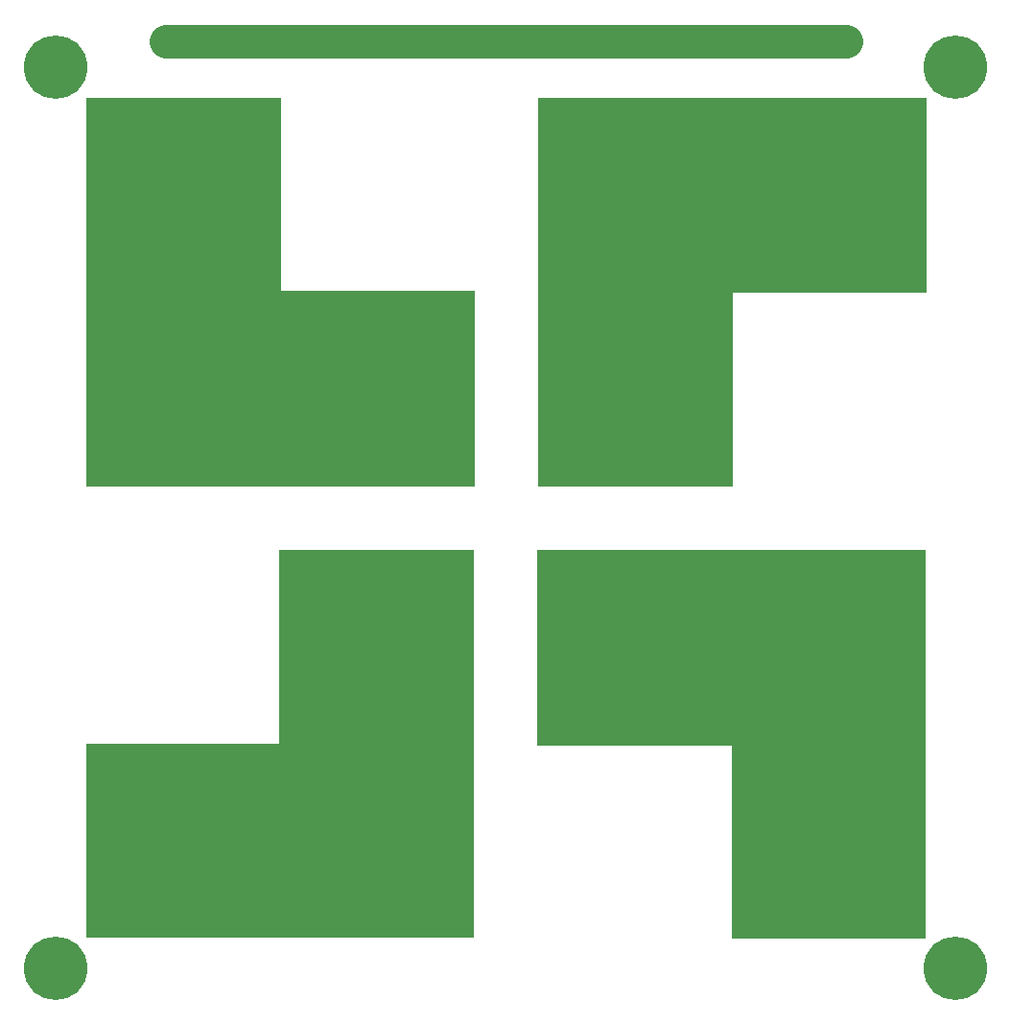
<source format=gtl>
%MOIN*%
%OFA0B0*%
%FSLAX46Y46*%
%IPPOS*%
%LPD*%
%ADD10C,0.00039370078740157485*%
%ADD11C,0.22047244094488189*%
%ADD22C,0.00039370078740157485*%
%ADD23C,0.22047244094488189*%
%ADD24C,0.00039370078740157485*%
%ADD25C,0.22047244094488189*%
%ADD26C,0.00039370078740157485*%
%ADD27C,0.22047244094488189*%
%ADD28C,0.11023622047244094*%
%ADD29C,0.11811023622047245*%
D10*
G36*
X0000847964Y0003427280D02*
G01*
X0001183839Y0003427268D01*
X0001183839Y0002755541D01*
X0001520889Y0002755529D01*
X0001857939Y0002755517D01*
X0001857939Y0002081414D01*
X0000512077Y0002081427D01*
X0000512084Y0002754360D01*
X0000512090Y0003427293D01*
X0000847964Y0003427280D01*
G37*
X0000847964Y0003427280D02*
X0001183839Y0003427268D01*
X0001183839Y0002755541D01*
X0001520889Y0002755529D01*
X0001857939Y0002755517D01*
X0001857939Y0002081414D01*
X0000512077Y0002081427D01*
X0000512084Y0002754360D01*
X0000512090Y0003427293D01*
X0000847964Y0003427280D01*
D11*
X0000404839Y0003532168D03*
G04 next file*
G04 #@! TF.GenerationSoftware,KiCad,Pcbnew,(5.1.5)-3*
G04 #@! TF.CreationDate,2019-12-21T12:13:30-08:00*
G04 #@! TF.ProjectId,mole-diamond-keychain,6d6f6c65-2d64-4696-916d-6f6e642d6b65,A*
G04 #@! TF.SameCoordinates,Original*
G04 #@! TF.FileFunction,Copper,L1,Top*
G04 #@! TF.FilePolarity,Positive*
G04 Gerber Fmt 4.6, Leading zero omitted, Abs format (unit mm)*
G04 Created by KiCad (PCBNEW (5.1.5)-3) date 2019-12-21 12:13:30*
G04 APERTURE LIST*
G04 APERTURE END LIST*
D22*
G36*
X0000509726Y0000847964D02*
G01*
X0000509739Y0001183839D01*
X0001181466Y0001183839D01*
X0001181478Y0001520889D01*
X0001181490Y0001857939D01*
X0001855593Y0001857939D01*
X0001855580Y0000512077D01*
X0001182647Y0000512084D01*
X0000509714Y0000512090D01*
X0000509726Y0000847964D01*
G37*
X0000509726Y0000847964D02*
X0000509739Y0001183839D01*
X0001181466Y0001183839D01*
X0001181478Y0001520889D01*
X0001181490Y0001857939D01*
X0001855593Y0001857939D01*
X0001855580Y0000512077D01*
X0001182647Y0000512084D01*
X0000509714Y0000512090D01*
X0000509726Y0000847964D01*
D23*
X0000404839Y0000404839D03*
G04 next file*
G04 #@! TF.GenerationSoftware,KiCad,Pcbnew,(5.1.5)-3*
G04 #@! TF.CreationDate,2019-12-21T12:13:30-08:00*
G04 #@! TF.ProjectId,mole-diamond-keychain,6d6f6c65-2d64-4696-916d-6f6e642d6b65,A*
G04 #@! TF.SameCoordinates,Original*
G04 #@! TF.FileFunction,Copper,L1,Top*
G04 #@! TF.FilePolarity,Positive*
G04 Gerber Fmt 4.6, Leading zero omitted, Abs format (unit mm)*
G04 Created by KiCad (PCBNEW (5.1.5)-3) date 2019-12-21 12:13:30*
G04 APERTURE LIST*
G04 APERTURE END LIST*
D24*
G36*
X0003089042Y0000509726D02*
G01*
X0002753168Y0000509739D01*
X0002753168Y0001181466D01*
X0002416118Y0001181478D01*
X0002079068Y0001181490D01*
X0002079068Y0001855593D01*
X0003424929Y0001855580D01*
X0003424923Y0001182647D01*
X0003424917Y0000509714D01*
X0003089042Y0000509726D01*
G37*
X0003089042Y0000509726D02*
X0002753168Y0000509739D01*
X0002753168Y0001181466D01*
X0002416118Y0001181478D01*
X0002079068Y0001181490D01*
X0002079068Y0001855593D01*
X0003424929Y0001855580D01*
X0003424923Y0001182647D01*
X0003424917Y0000509714D01*
X0003089042Y0000509726D01*
D25*
X0003532168Y0000404839D03*
G04 next file*
G04 #@! TF.GenerationSoftware,KiCad,Pcbnew,(5.1.5)-3*
G04 #@! TF.CreationDate,2019-12-21T12:13:30-08:00*
G04 #@! TF.ProjectId,mole-diamond-keychain,6d6f6c65-2d64-4696-916d-6f6e642d6b65,A*
G04 #@! TF.SameCoordinates,Original*
G04 #@! TF.FileFunction,Copper,L1,Top*
G04 #@! TF.FilePolarity,Positive*
G04 Gerber Fmt 4.6, Leading zero omitted, Abs format (unit mm)*
G04 Created by KiCad (PCBNEW (5.1.5)-3) date 2019-12-21 12:13:30*
G04 APERTURE LIST*
G04 APERTURE END LIST*
D26*
G36*
X0003427280Y0003089042D02*
G01*
X0003427268Y0002753168D01*
X0002755541Y0002753168D01*
X0002755529Y0002416118D01*
X0002755517Y0002079068D01*
X0002081414Y0002079068D01*
X0002081427Y0003424929D01*
X0002754360Y0003424923D01*
X0003427293Y0003424917D01*
X0003427280Y0003089042D01*
G37*
X0003427280Y0003089042D02*
X0003427268Y0002753168D01*
X0002755541Y0002753168D01*
X0002755529Y0002416118D01*
X0002755517Y0002079068D01*
X0002081414Y0002079068D01*
X0002081427Y0003424929D01*
X0002754360Y0003424923D01*
X0003427293Y0003424917D01*
X0003427280Y0003089042D01*
D27*
X0003532168Y0003532168D03*
G04 next file*
G04 #@! TF.GenerationSoftware,KiCad,Pcbnew,(5.1.5)-3*
G04 #@! TF.CreationDate,2019-12-21T20:48:58-08:00*
G04 #@! TF.ProjectId,mole-diamond-frame,6d6f6c65-2d64-4696-916d-6f6e642d6672,rev?*
G04 #@! TF.SameCoordinates,Original*
G04 #@! TF.FileFunction,Copper,L1,Top*
G04 #@! TF.FilePolarity,Positive*
G04 Gerber Fmt 4.6, Leading zero omitted, Abs format (unit mm)*
G04 Created by KiCad (PCBNEW (5.1.5)-3) date 2019-12-21 20:48:58*
G04 APERTURE LIST*
G04 APERTURE END LIST*
D28*
X0000708661Y0003543307D02*
X0003149606Y0003622047D03*
X0000787401Y0003622047D03*
D29*
X0000787401Y0003622047D02*
X0003149606Y0003622047D01*
M02*
</source>
